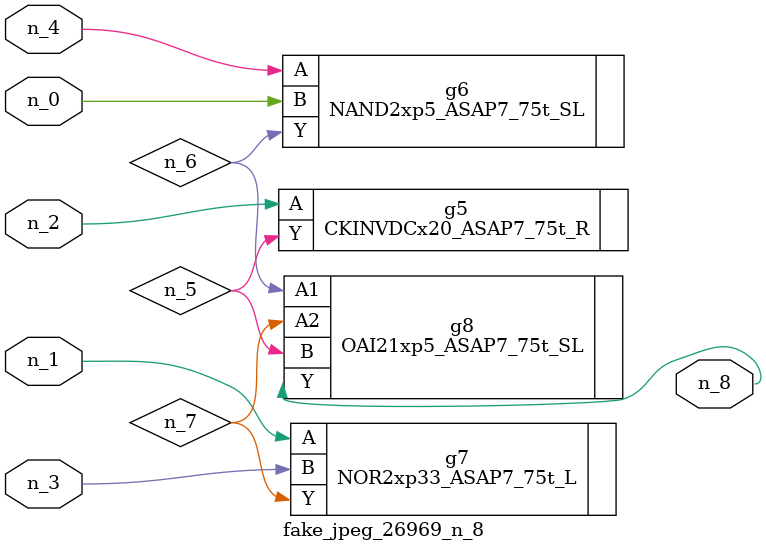
<source format=v>
module fake_jpeg_26969_n_8 (n_3, n_2, n_1, n_0, n_4, n_8);

input n_3;
input n_2;
input n_1;
input n_0;
input n_4;

output n_8;

wire n_6;
wire n_5;
wire n_7;

CKINVDCx20_ASAP7_75t_R g5 ( 
.A(n_2),
.Y(n_5)
);

NAND2xp5_ASAP7_75t_SL g6 ( 
.A(n_4),
.B(n_0),
.Y(n_6)
);

NOR2xp33_ASAP7_75t_L g7 ( 
.A(n_1),
.B(n_3),
.Y(n_7)
);

OAI21xp5_ASAP7_75t_SL g8 ( 
.A1(n_6),
.A2(n_7),
.B(n_5),
.Y(n_8)
);


endmodule
</source>
